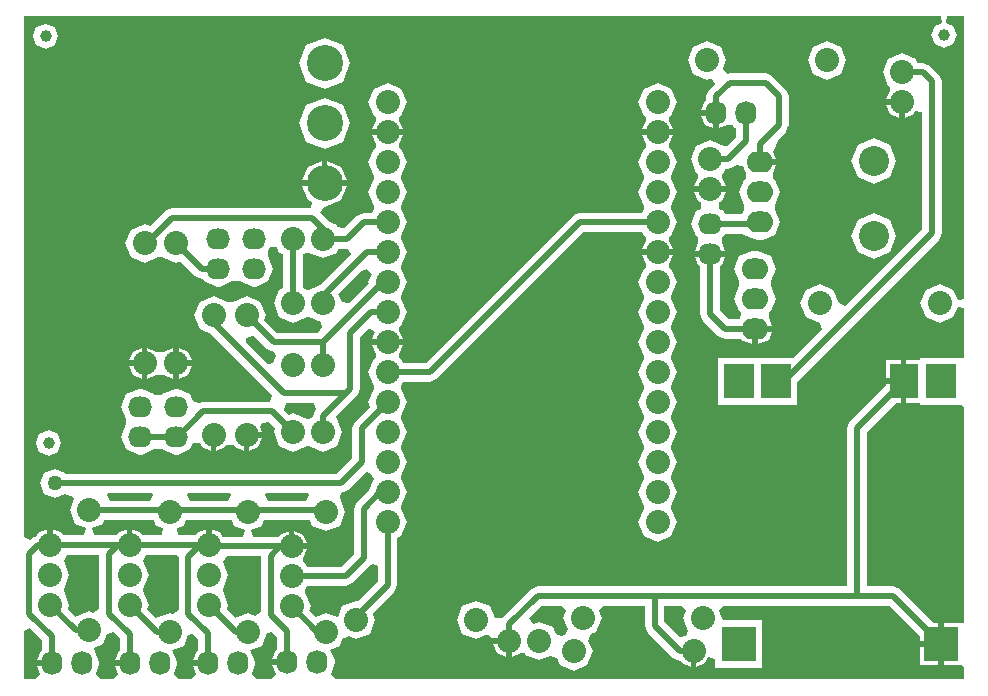
<source format=gtl>
%FSLAX43Y43*%
%MOMM*%
G71*
G01*
G75*
G04 Layer_Physical_Order=1*
G04 Layer_Color=255*
%ADD10C,0.500*%
%ADD11C,2.540*%
%ADD12R,2.500X3.000*%
%ADD13R,2.400X3.000*%
%ADD14R,3.000X3.000*%
%ADD15C,2.032*%
%ADD16O,2.032X1.778*%
%ADD17C,1.000*%
%ADD18C,3.048*%
%ADD19O,2.286X1.778*%
%ADD20O,1.778X2.032*%
%ADD21C,1.270*%
G36*
X183338Y40757D02*
Y39452D01*
X181652Y37766D01*
X181483Y37836D01*
X180323Y37355D01*
X179931Y36411D01*
X178943Y36820D01*
X178056Y36452D01*
X177519Y36989D01*
X177663Y37338D01*
X177182Y38498D01*
D01*
X177182Y38498D01*
Y38718D01*
X177182D01*
X177327Y39066D01*
X180594D01*
X181168Y39304D01*
X182692Y40828D01*
D01*
X182906Y40936D01*
X182906Y40936D01*
X183338Y40757D01*
D02*
G37*
G36*
X171179Y44179D02*
X172049Y43818D01*
X171932Y43230D01*
X170178D01*
X170044Y43552D01*
X169287Y43866D01*
Y42545D01*
X168787D01*
Y43866D01*
X168030Y43552D01*
X167949Y43357D01*
X166449D01*
X166332Y43945D01*
X166895Y44179D01*
X167092Y44654D01*
X170982D01*
X171179Y44179D01*
D02*
G37*
G36*
X166459Y41508D02*
Y37060D01*
X165960Y36727D01*
X165735Y36820D01*
X164578Y36341D01*
X163803Y37116D01*
X163947Y37465D01*
X163466Y38625D01*
D01*
X163466Y38625D01*
Y38845D01*
X163466D01*
X163947Y40005D01*
X163466Y41165D01*
Y41165D01*
Y41165D01*
X163702Y41733D01*
X166309D01*
X166459Y41508D01*
D02*
G37*
G36*
X159728Y37134D02*
X159229Y36801D01*
X158877Y36947D01*
X157720Y36468D01*
X157072Y37116D01*
X157216Y37465D01*
X156735Y38625D01*
D01*
X156735Y38625D01*
Y38845D01*
X156735D01*
X157216Y40005D01*
X156735Y41165D01*
Y41165D01*
Y41165D01*
X156971Y41733D01*
X159728D01*
Y37134D01*
D02*
G37*
G36*
X164575Y44179D02*
X165138Y43945D01*
X165021Y43357D01*
X163394D01*
X163313Y43552D01*
X162556Y43866D01*
Y42545D01*
X162056D01*
Y43866D01*
X161299Y43552D01*
X161218Y43357D01*
X159284D01*
X159167Y43945D01*
X160037Y44306D01*
X160182Y44654D01*
X164378D01*
X164575Y44179D01*
D02*
G37*
G36*
X177514Y46807D02*
X177232Y46278D01*
X174050D01*
X173768Y46807D01*
X173857Y46940D01*
X177425D01*
X177514Y46807D01*
D02*
G37*
G36*
X182686Y48628D02*
X182969Y48099D01*
X182610Y47233D01*
X181544Y46167D01*
X181306Y45593D01*
Y41738D01*
X180258Y40690D01*
X177327D01*
X177182Y41038D01*
X177029Y41102D01*
Y41411D01*
X177029Y41411D01*
X177029D01*
X177343Y42168D01*
X176022D01*
Y42418D01*
X175772D01*
Y43739D01*
X175015Y43425D01*
X174934Y43230D01*
X172746D01*
X172629Y43818D01*
X173499Y44179D01*
X173696Y44654D01*
X177586D01*
X177783Y44179D01*
X178943Y43698D01*
X180103Y44179D01*
X180584Y45339D01*
X180103Y46499D01*
Y46499D01*
Y46499D01*
X180191Y46940D01*
X180213D01*
X180787Y47178D01*
X180787Y47178D01*
X180787Y47178D01*
X182312Y48703D01*
X182686Y48628D01*
D02*
G37*
G36*
X164306Y46807D02*
X164024Y46278D01*
X160641D01*
X160358Y46807D01*
X160447Y46940D01*
X164217D01*
X164306Y46807D01*
D02*
G37*
G36*
X170910D02*
X170628Y46278D01*
X167446D01*
X167164Y46807D01*
X167253Y46940D01*
X170821D01*
X170910Y46807D01*
D02*
G37*
G36*
X168098Y34588D02*
Y33590D01*
X168000Y33549D01*
X167674Y32762D01*
X168910D01*
Y32262D01*
X167674D01*
X167924Y31658D01*
X167591Y31159D01*
X166381D01*
X166048Y31658D01*
X166349Y32385D01*
Y32639D01*
X165942Y33624D01*
X166895Y34019D01*
X167258Y34893D01*
X167634Y34968D01*
X168098Y34588D01*
D02*
G37*
G36*
X174829Y34778D02*
Y33717D01*
X174731Y33676D01*
X174405Y32889D01*
X175641D01*
Y32389D01*
X174405D01*
X174708Y31658D01*
X174375Y31159D01*
X172985D01*
X172652Y31658D01*
X172953Y32385D01*
Y32639D01*
X172546Y33624D01*
X173499Y34019D01*
X173936Y35073D01*
X174365Y35158D01*
X174829Y34778D01*
D02*
G37*
G36*
X161494Y34631D02*
Y33590D01*
X161396Y33549D01*
X161070Y32762D01*
X162306D01*
Y32262D01*
X161070D01*
X161320Y31658D01*
X160987Y31159D01*
X159777D01*
X159444Y31658D01*
X159745Y32385D01*
Y32639D01*
X159305Y33702D01*
Y33702D01*
D01*
Y33842D01*
X160037Y34146D01*
X160400Y35020D01*
X160988Y35137D01*
X161494Y34631D01*
D02*
G37*
G36*
X233001Y84836D02*
X233001Y84836D01*
X233001D01*
Y63384D01*
X232537Y63292D01*
Y63292D01*
X232413Y63267D01*
X232046Y64152D01*
X230886Y64633D01*
X229726Y64152D01*
X229245Y62992D01*
X229726Y61832D01*
X230886Y61351D01*
X232046Y61832D01*
X232413Y62717D01*
X232537Y62692D01*
Y62692D01*
X233001Y62600D01*
Y58388D01*
X233001D01*
X232763D01*
X232577Y58388D01*
X232577Y58388D01*
Y58388D01*
X229263D01*
Y58188D01*
X228088D01*
Y56388D01*
Y54588D01*
X229263D01*
Y54388D01*
X232577D01*
X232577Y54388D01*
X232577Y54388D01*
X232763Y54388D01*
X233001Y54150D01*
Y35963D01*
X233001D01*
X232813D01*
X232577Y35963D01*
X232577Y35963D01*
Y35963D01*
X231263D01*
Y34163D01*
Y32363D01*
X232577D01*
X232577Y32363D01*
X232577Y32363D01*
X232813Y32363D01*
X233001Y32175D01*
Y31159D01*
X179664D01*
X179331Y31658D01*
X179684Y32512D01*
Y32766D01*
X179303Y33687D01*
X180103Y34019D01*
X180332Y34572D01*
X180887Y34801D01*
X181483Y34554D01*
X182643Y35035D01*
X183124Y36195D01*
X182905Y36723D01*
X184724Y38542D01*
X184794Y38710D01*
X184962Y39116D01*
Y43145D01*
X185310Y43290D01*
X185791Y44450D01*
X185310Y45610D01*
D01*
X185310Y45610D01*
Y45830D01*
X185310D01*
X185791Y46990D01*
X185310Y48150D01*
D01*
X185310Y48150D01*
Y48370D01*
X185310D01*
X185791Y49530D01*
X185310Y50690D01*
D01*
X185310Y50690D01*
Y50910D01*
X185310D01*
X185791Y52070D01*
X185310Y53230D01*
D01*
X185310Y53230D01*
Y53450D01*
X185310D01*
X185791Y54610D01*
X185310Y55770D01*
D01*
X185310Y55770D01*
Y55990D01*
X185310D01*
X185455Y56338D01*
X187706D01*
X188280Y56576D01*
X200742Y69038D01*
X205705D01*
X205850Y68690D01*
X206003Y68626D01*
Y68317D01*
X206003Y68317D01*
X206003D01*
X205689Y67560D01*
X208331D01*
X208017Y68317D01*
Y68317D01*
D01*
Y68626D01*
X208170Y68690D01*
X208651Y69850D01*
X208170Y71010D01*
D01*
X208170Y71010D01*
Y71230D01*
X208170D01*
X208651Y72390D01*
X208170Y73550D01*
D01*
X208170Y73550D01*
Y73770D01*
X208170D01*
X208651Y74930D01*
X208170Y76090D01*
X208017Y76154D01*
Y76463D01*
X208017Y76463D01*
X208017D01*
X208331Y77220D01*
X205689D01*
X206003Y76463D01*
Y76463D01*
D01*
Y76154D01*
X205850Y76090D01*
X205369Y74930D01*
X205850Y73770D01*
D01*
Y73770D01*
Y73770D01*
D01*
X205850Y73550D01*
X205850D01*
X205369Y72390D01*
X205850Y71230D01*
D01*
Y71230D01*
Y71230D01*
D01*
X205850Y71010D01*
X205850D01*
X205705Y70662D01*
X200406D01*
X200119Y70543D01*
X199832Y70424D01*
X187370Y57962D01*
X185455D01*
X185310Y58310D01*
X185157Y58374D01*
Y58683D01*
X185157Y58683D01*
X185157D01*
X185471Y59440D01*
X182829D01*
X183143Y58683D01*
Y58683D01*
D01*
Y58374D01*
X182990Y58310D01*
X182509Y57150D01*
X182990Y55990D01*
D01*
Y55990D01*
Y55990D01*
D01*
X182990Y55770D01*
X182990D01*
X182509Y54610D01*
X182666Y54231D01*
X181417Y52983D01*
X181179Y52409D01*
Y49866D01*
X179877Y48564D01*
X156848D01*
X156825Y48621D01*
X155956Y48981D01*
X155087Y48621D01*
X154727Y47752D01*
X155087Y46883D01*
X155956Y46523D01*
X156825Y46883D01*
D01*
X157544Y46585D01*
X157640Y46441D01*
X157236Y45466D01*
X157717Y44306D01*
X158587Y43945D01*
X158470Y43357D01*
X156663D01*
X156582Y43552D01*
X155825Y43866D01*
Y42545D01*
X155325D01*
Y43866D01*
X154568Y43552D01*
X154467Y43309D01*
X154009Y43119D01*
X153887Y42997D01*
X153333Y43227D01*
Y87332D01*
X230997D01*
X231114Y86744D01*
D01*
X231114D01*
D01*
X230502Y86490D01*
X230185Y85725D01*
X230502Y84960D01*
X231267Y84643D01*
X232032Y84960D01*
X232349Y85725D01*
X232032Y86490D01*
X231420Y86744D01*
X231537Y87332D01*
X233001D01*
Y84836D01*
D02*
G37*
G36*
X154890Y34504D02*
Y33590D01*
X154792Y33549D01*
X154466Y32762D01*
X155702D01*
Y32262D01*
X154466D01*
X154716Y31658D01*
X154383Y31159D01*
X153333D01*
Y35278D01*
X153887Y35507D01*
X154890Y34504D01*
D02*
G37*
G36*
X173444Y36902D02*
X172945Y36569D01*
X172339Y36820D01*
D01*
X172339Y36820D01*
Y36820D01*
X171272Y36378D01*
X170534Y37116D01*
X170678Y37465D01*
X170197Y38625D01*
D01*
X170197Y38625D01*
Y38845D01*
X170197D01*
X170678Y40005D01*
X170221Y41107D01*
X170555Y41606D01*
X173444D01*
Y36902D01*
D02*
G37*
%LPC*%
G36*
X163326Y57662D02*
X162255D01*
X162569Y56905D01*
X163326Y56591D01*
Y57662D01*
D02*
G37*
G36*
X173533Y51566D02*
X172462D01*
Y50495D01*
X173219Y50809D01*
X173533Y51566D01*
D02*
G37*
G36*
X227588Y58188D02*
X226338D01*
Y56638D01*
X227588D01*
Y58188D01*
D02*
G37*
G36*
X167564Y57662D02*
X166493D01*
Y56591D01*
X167250Y56905D01*
X167564Y57662D01*
D02*
G37*
G36*
X155448Y52263D02*
X154683Y51946D01*
X154366Y51181D01*
X154683Y50416D01*
X155448Y50099D01*
X156213Y50416D01*
X156530Y51181D01*
X156213Y51946D01*
X155448Y52263D01*
D02*
G37*
G36*
X194187Y34167D02*
X193116D01*
X193430Y33410D01*
X194187Y33096D01*
Y34167D01*
D02*
G37*
G36*
X176272Y43739D02*
Y42668D01*
X177343D01*
X177029Y43425D01*
X176272Y43739D01*
D02*
G37*
G36*
X230763Y33913D02*
X229213D01*
Y32363D01*
X230763D01*
Y33913D01*
D02*
G37*
G36*
X227588Y56138D02*
X226338D01*
Y56036D01*
X223327Y53025D01*
X223089Y52451D01*
Y39039D01*
X196850D01*
X196563Y38920D01*
X196276Y38801D01*
X193863Y36388D01*
X193833Y36317D01*
X193233Y36317D01*
X192803Y37355D01*
X191643Y37836D01*
X190483Y37355D01*
X190002Y36195D01*
X190483Y35035D01*
X191643Y34554D01*
X192641Y34967D01*
X192941Y34667D01*
X194437D01*
Y34417D01*
X194687D01*
Y33096D01*
X195444Y33410D01*
X195444D01*
D01*
X195753D01*
X195817Y33257D01*
X196977Y32776D01*
X197943Y33176D01*
X198498Y32947D01*
X198738Y32368D01*
X199898Y31887D01*
X201058Y32368D01*
X201539Y33528D01*
X201165Y34431D01*
X201394Y34985D01*
X201820Y35162D01*
X202301Y36322D01*
X202055Y36916D01*
X202388Y37415D01*
X205944D01*
Y35687D01*
X206182Y35113D01*
X208341Y32954D01*
X208915Y32716D01*
X208970D01*
X209051Y32521D01*
X209808Y32207D01*
Y33528D01*
X210308D01*
Y32207D01*
X211065Y32521D01*
X211280Y33038D01*
X211868Y32921D01*
Y32163D01*
X215868D01*
Y36163D01*
X212567D01*
X212461Y36322D01*
X212461Y36322D01*
X212461D01*
X212215Y36916D01*
X212548Y37415D01*
X226613D01*
X229213Y34815D01*
Y34413D01*
X230763D01*
Y35963D01*
X230361D01*
X227523Y38801D01*
X226949Y39039D01*
X224713D01*
Y52115D01*
X227186Y54588D01*
X227588D01*
Y56138D01*
D02*
G37*
G36*
X178816Y80423D02*
X177267Y79781D01*
X176625Y78232D01*
X177267Y76683D01*
X178816Y76041D01*
X180365Y76683D01*
X181007Y78232D01*
X180365Y79781D01*
X178816Y80423D01*
D02*
G37*
G36*
X211201Y85207D02*
X210041Y84726D01*
X209560Y83566D01*
X210041Y82406D01*
X211201Y81925D01*
X211523Y82059D01*
X211857Y81560D01*
X211389Y81092D01*
X211151Y80518D01*
Y80199D01*
X211053Y80158D01*
X210727Y79371D01*
X211963D01*
Y79121D01*
X212213D01*
Y77811D01*
X212873Y78084D01*
X212873D01*
D01*
X213376D01*
X213440Y77931D01*
X213691Y77827D01*
Y77044D01*
X212929Y76282D01*
X212615Y76344D01*
X212615Y76344D01*
X212615Y76344D01*
X211455Y76825D01*
X210295Y76344D01*
X209814Y75184D01*
X210295Y74024D01*
X210448Y73960D01*
Y73651D01*
X210448Y73651D01*
X210448D01*
X210134Y72894D01*
X212776D01*
X212462Y73651D01*
Y73651D01*
D01*
Y73960D01*
X212615Y74024D01*
X212760Y74372D01*
X212979D01*
X213553Y74610D01*
X213553Y74610D01*
X213553Y74610D01*
X213655Y74712D01*
X214244Y74595D01*
X214482Y74020D01*
Y74020D01*
D01*
Y73517D01*
X214329Y73453D01*
X213889Y72390D01*
X214329Y71327D01*
D01*
Y71327D01*
Y71327D01*
D01*
X214329Y70913D01*
X214329D01*
X214172Y70535D01*
X212749D01*
X212645Y70786D01*
X212251Y70949D01*
X212251Y71549D01*
X212462Y71637D01*
X212776Y72394D01*
X210134D01*
X210448Y71637D01*
X210659Y71549D01*
X210659Y70949D01*
X210265Y70786D01*
X209825Y69723D01*
X210265Y68660D01*
X210418Y68596D01*
Y68093D01*
X210418Y68093D01*
X210418D01*
X210145Y67433D01*
X212765D01*
X212492Y68093D01*
Y68093D01*
D01*
Y68596D01*
X212645Y68660D01*
X212749Y68911D01*
X214277D01*
X214329Y68787D01*
X215392Y68347D01*
X215900D01*
X216963Y68787D01*
X217403Y69850D01*
X216963Y70913D01*
D01*
X216963Y70913D01*
Y71327D01*
X216963D01*
X217403Y72390D01*
X216963Y73453D01*
X216810Y73517D01*
Y74020D01*
X216810Y74020D01*
X216810D01*
X217083Y74680D01*
X215646D01*
Y75180D01*
X217083D01*
X216810Y75840D01*
Y75840D01*
Y75840D01*
X217255Y76915D01*
X217871Y77531D01*
X217990Y77818D01*
X218109Y78105D01*
Y80518D01*
X217941Y80924D01*
X217871Y81092D01*
X216728Y82235D01*
X216154Y82473D01*
X213106D01*
X212965Y82414D01*
X212541Y82839D01*
X212842Y83566D01*
X212361Y84726D01*
X211201Y85207D01*
D02*
G37*
G36*
X184150Y81651D02*
X182990Y81170D01*
X182509Y80010D01*
X182990Y78850D01*
X183143Y78786D01*
Y78477D01*
X183143Y78477D01*
X183143D01*
X182829Y77720D01*
X185471D01*
X185157Y78477D01*
Y78477D01*
D01*
Y78786D01*
X185310Y78850D01*
X185791Y80010D01*
X185310Y81170D01*
X184150Y81651D01*
D02*
G37*
G36*
X178566Y75023D02*
X177420Y74548D01*
X176945Y73402D01*
X178566D01*
Y75023D01*
D02*
G37*
G36*
X179066D02*
Y73402D01*
X180687D01*
X180212Y74548D01*
X179066Y75023D01*
D02*
G37*
G36*
X185471Y77220D02*
X182829D01*
X183143Y76463D01*
Y76463D01*
D01*
Y76154D01*
X182990Y76090D01*
X182509Y74930D01*
X182990Y73770D01*
D01*
Y73770D01*
Y73770D01*
D01*
X182990Y73550D01*
X182990D01*
X182509Y72390D01*
X182990Y71230D01*
D01*
Y71230D01*
Y71230D01*
D01*
X182990Y71010D01*
X182990D01*
X182845Y70662D01*
X182118D01*
X181712Y70494D01*
X181544Y70424D01*
X180490Y69370D01*
X179902Y69487D01*
X179849Y69613D01*
X179281Y69849D01*
X179263Y69892D01*
X178472Y70683D01*
X178805Y71182D01*
X178816Y71178D01*
X180212Y71756D01*
X180687Y72902D01*
X176945D01*
X177420Y71756D01*
X177750Y71619D01*
X177633Y71031D01*
X165893D01*
X165487Y70863D01*
X165318Y70793D01*
X164044Y69519D01*
X163576Y69713D01*
X162416Y69232D01*
X161935Y68072D01*
X162416Y66912D01*
X163576Y66431D01*
X164736Y66912D01*
X164736Y66912D01*
X165083D01*
Y66912D01*
X166243Y66431D01*
X166592Y66575D01*
X167828Y65339D01*
X168402Y65101D01*
X168505D01*
X168609Y64850D01*
X169672Y64410D01*
X169926D01*
X170989Y64850D01*
X171023Y64932D01*
X171623D01*
X171657Y64850D01*
X172720Y64410D01*
X172974D01*
X174037Y64850D01*
X174477Y65913D01*
X174037Y66976D01*
D01*
X174037Y66976D01*
Y67390D01*
X174037D01*
X174193Y67766D01*
X174793D01*
X174989Y67293D01*
X175337Y67148D01*
Y64297D01*
X174989Y64152D01*
X174508Y62992D01*
X174989Y61832D01*
X176149Y61351D01*
X177309Y61832D01*
X177309Y61832D01*
X177529D01*
Y61832D01*
X178553Y61407D01*
X178641Y60966D01*
X178260Y60502D01*
X174834D01*
X173709Y61627D01*
X173853Y61976D01*
X173372Y63136D01*
X172212Y63617D01*
X171052Y63136D01*
D01*
Y63136D01*
X170578D01*
Y63136D01*
X169418Y63617D01*
X168258Y63136D01*
X167777Y61976D01*
X168258Y60816D01*
X169175Y60436D01*
X174397Y55214D01*
X174167Y54660D01*
X168529D01*
X168209Y54527D01*
X167655Y54757D01*
X167433Y55292D01*
X166370Y55732D01*
X166116D01*
X165053Y55292D01*
X165019Y55210D01*
X164419D01*
X164385Y55292D01*
X163322Y55732D01*
X163068D01*
X162005Y55292D01*
X161565Y54229D01*
X162005Y53166D01*
D01*
Y53166D01*
Y53166D01*
D01*
X162005Y52752D01*
X162005D01*
X161565Y51689D01*
X162005Y50626D01*
X163068Y50186D01*
X163322D01*
X164385Y50626D01*
X164419Y50708D01*
X165019D01*
X165053Y50626D01*
X166116Y50186D01*
X166370D01*
X167433Y50626D01*
X167660Y51173D01*
X168260D01*
X168411Y50809D01*
X169168Y50495D01*
Y51816D01*
X169668D01*
Y50495D01*
X170425Y50809D01*
X170515Y51026D01*
X171115D01*
X171205Y50809D01*
X171962Y50495D01*
Y51816D01*
X172212D01*
Y52066D01*
X173533D01*
X173338Y52537D01*
X173554Y52861D01*
X174151Y52920D01*
X174652Y52419D01*
X174508Y52070D01*
X174989Y50910D01*
X176149Y50429D01*
X177309Y50910D01*
X177309Y50910D01*
X177529D01*
Y50910D01*
X178689Y50429D01*
X179849Y50910D01*
X180330Y52070D01*
X179849Y53230D01*
X179849Y53230D01*
X179849D01*
X179808Y53438D01*
X181549Y55179D01*
X181619Y55347D01*
X181787Y55753D01*
Y60116D01*
X182603Y60932D01*
X183102Y60599D01*
X182829Y59940D01*
X185471D01*
X185157Y60697D01*
Y60697D01*
D01*
Y61006D01*
X185310Y61070D01*
X185791Y62230D01*
X185310Y63390D01*
D01*
X185310Y63390D01*
Y63610D01*
X185310D01*
X185791Y64770D01*
X185310Y65930D01*
D01*
X185310Y65930D01*
Y66150D01*
X185310D01*
X185791Y67310D01*
X185310Y68470D01*
D01*
X185310Y68470D01*
Y68690D01*
X185310D01*
X185791Y69850D01*
X185310Y71010D01*
D01*
X185310Y71010D01*
Y71230D01*
X185310D01*
X185791Y72390D01*
X185310Y73550D01*
D01*
X185310Y73550D01*
Y73770D01*
X185310D01*
X185791Y74930D01*
X185310Y76090D01*
X185157Y76154D01*
Y76463D01*
X185157Y76463D01*
X185157D01*
X185471Y77220D01*
D02*
G37*
G36*
X178816Y85503D02*
X177267Y84861D01*
X176625Y83312D01*
X177267Y81763D01*
X178816Y81121D01*
X180365Y81763D01*
X181007Y83312D01*
X180365Y84861D01*
X178816Y85503D01*
D02*
G37*
G36*
X221361Y85207D02*
X220201Y84726D01*
X219720Y83566D01*
X220201Y82406D01*
X221361Y81925D01*
X222521Y82406D01*
X223002Y83566D01*
X222521Y84726D01*
X221361Y85207D01*
D02*
G37*
G36*
X155194Y86680D02*
X154429Y86363D01*
X154112Y85598D01*
X154429Y84833D01*
X155194Y84516D01*
X155959Y84833D01*
X156276Y85598D01*
X155959Y86363D01*
X155194Y86680D01*
D02*
G37*
G36*
X207010Y81651D02*
X205850Y81170D01*
X205369Y80010D01*
X205850Y78850D01*
X206003Y78786D01*
Y78477D01*
X206003Y78477D01*
X206003D01*
X205689Y77720D01*
X208331D01*
X208017Y78477D01*
Y78477D01*
D01*
Y78786D01*
X208170Y78850D01*
X208651Y80010D01*
X208170Y81170D01*
X207010Y81651D01*
D02*
G37*
G36*
X211713Y78871D02*
X210727D01*
X211053Y78084D01*
X211713Y77811D01*
Y78871D01*
D02*
G37*
G36*
X227461Y79760D02*
X226390D01*
X226704Y79003D01*
X227461Y78689D01*
Y79760D01*
D02*
G37*
G36*
X225298Y76973D02*
X223943Y76412D01*
X223382Y75057D01*
X223943Y73702D01*
X225298Y73141D01*
X226653Y73702D01*
X227214Y75057D01*
X226653Y76412D01*
X225298Y76973D01*
D02*
G37*
G36*
X166493Y59233D02*
Y58162D01*
X167564D01*
X167250Y58919D01*
X166493Y59233D01*
D02*
G37*
G36*
X227711Y84191D02*
X226551Y83710D01*
X226070Y82550D01*
X226551Y81390D01*
X226704Y81326D01*
Y81017D01*
X226704Y81017D01*
X226704D01*
X226390Y80260D01*
X227711D01*
Y80010D01*
X227961D01*
Y78689D01*
X228718Y79003D01*
X228851Y79323D01*
X229439Y79206D01*
Y69297D01*
X222909Y62767D01*
X222367Y62992D01*
Y62992D01*
X222367Y62992D01*
X221886Y64152D01*
X220726Y64633D01*
X219566Y64152D01*
X219085Y62992D01*
X219566Y61832D01*
X220726Y61351D01*
X220726Y61351D01*
Y61351D01*
X220951Y60809D01*
X218530Y58388D01*
X212118D01*
Y54388D01*
X218793D01*
Y56355D01*
X230825Y68387D01*
X230895Y68555D01*
X231063Y68961D01*
Y81788D01*
X230825Y82362D01*
X230063Y83124D01*
X229489Y83362D01*
X229016D01*
X228871Y83710D01*
X227711Y84191D01*
D02*
G37*
G36*
X216702Y60583D02*
X215515D01*
Y59546D01*
X215519D01*
X216429Y59923D01*
X216702Y60583D01*
D02*
G37*
G36*
X165993Y59233D02*
X165236Y58919D01*
X165210Y58856D01*
X164609D01*
X164583Y58919D01*
X163826Y59233D01*
Y57912D01*
Y56591D01*
X164583Y56905D01*
X164609Y56968D01*
X165210D01*
X165236Y56905D01*
X165993Y56591D01*
Y57912D01*
Y59233D01*
D02*
G37*
G36*
X208331Y67060D02*
X205689D01*
X206003Y66303D01*
Y66303D01*
D01*
Y65994D01*
X205850Y65930D01*
X205369Y64770D01*
X205850Y63610D01*
D01*
Y63610D01*
Y63610D01*
D01*
X205850Y63390D01*
X205850D01*
X205369Y62230D01*
X205850Y61070D01*
D01*
Y61070D01*
Y61070D01*
D01*
X205850Y60850D01*
X205850D01*
X205369Y59690D01*
X205850Y58530D01*
D01*
Y58530D01*
Y58530D01*
D01*
X205850Y58310D01*
X205850D01*
X205369Y57150D01*
X205850Y55990D01*
D01*
Y55990D01*
Y55990D01*
D01*
X205850Y55770D01*
X205850D01*
X205369Y54610D01*
X205850Y53450D01*
D01*
Y53450D01*
Y53450D01*
D01*
X205850Y53230D01*
X205850D01*
X205369Y52070D01*
X205850Y50910D01*
D01*
Y50910D01*
Y50910D01*
D01*
X205850Y50690D01*
X205850D01*
X205369Y49530D01*
X205850Y48370D01*
D01*
Y48370D01*
Y48370D01*
D01*
X205850Y48150D01*
X205850D01*
X205369Y46990D01*
X205850Y45830D01*
D01*
Y45830D01*
Y45830D01*
D01*
X205850Y45610D01*
X205850D01*
X205369Y44450D01*
X205850Y43290D01*
X207010Y42809D01*
X208170Y43290D01*
X208651Y44450D01*
X208170Y45610D01*
D01*
X208170Y45610D01*
Y45830D01*
X208170D01*
X208651Y46990D01*
X208170Y48150D01*
D01*
X208170Y48150D01*
Y48370D01*
X208170D01*
X208651Y49530D01*
X208170Y50690D01*
D01*
X208170Y50690D01*
Y50910D01*
X208170D01*
X208651Y52070D01*
X208170Y53230D01*
D01*
X208170Y53230D01*
Y53450D01*
X208170D01*
X208651Y54610D01*
X208170Y55770D01*
D01*
X208170Y55770D01*
Y55990D01*
X208170D01*
X208651Y57150D01*
X208170Y58310D01*
D01*
X208170Y58310D01*
Y58530D01*
X208170D01*
X208651Y59690D01*
X208170Y60850D01*
D01*
X208170Y60850D01*
Y61070D01*
X208170D01*
X208651Y62230D01*
X208170Y63390D01*
D01*
X208170Y63390D01*
Y63610D01*
X208170D01*
X208651Y64770D01*
X208170Y65930D01*
X208017Y65994D01*
Y66303D01*
X208017Y66303D01*
X208017D01*
X208331Y67060D01*
D02*
G37*
G36*
X225298Y70623D02*
X223943Y70062D01*
X223382Y68707D01*
X223943Y67352D01*
X225298Y66791D01*
X226653Y67352D01*
X227214Y68707D01*
X226653Y70062D01*
X225298Y70623D01*
D02*
G37*
G36*
X163326Y59233D02*
X162569Y58919D01*
X162255Y58162D01*
X163326D01*
Y59233D01*
D02*
G37*
G36*
X215519Y67416D02*
X215011D01*
X213948Y66976D01*
X213508Y65913D01*
X213948Y64850D01*
D01*
Y64850D01*
Y64850D01*
D01*
X213948Y64436D01*
X213948D01*
X213508Y63373D01*
X213948Y62310D01*
X214101Y62246D01*
Y62073D01*
X214016Y61645D01*
X213061D01*
X212267Y62439D01*
Y66180D01*
X212492Y66273D01*
X212765Y66933D01*
X210145D01*
X210418Y66273D01*
X210643Y66180D01*
Y62103D01*
X210881Y61529D01*
X212151Y60259D01*
X212725Y60021D01*
X214060D01*
X214101Y59923D01*
X215011Y59546D01*
X215015D01*
Y60833D01*
X215265D01*
Y61083D01*
X216702D01*
X216429Y61743D01*
Y61743D01*
D01*
Y62246D01*
X216582Y62310D01*
X217022Y63373D01*
X216582Y64436D01*
D01*
X216582Y64436D01*
Y64850D01*
X216582D01*
X217022Y65913D01*
X216582Y66976D01*
X215519Y67416D01*
D02*
G37*
%LPD*%
G36*
X173924Y59116D02*
X174092Y59046D01*
X174498Y58878D01*
X174722Y58543D01*
X174492Y57989D01*
X174013Y57894D01*
X172141Y59766D01*
X172205Y60087D01*
X172779Y60261D01*
X173924Y59116D01*
D02*
G37*
G36*
X178115Y54041D02*
X177877Y53467D01*
Y53375D01*
X177529Y53230D01*
D01*
Y53230D01*
X177309D01*
Y53230D01*
X176149Y53711D01*
X175800Y53567D01*
X175361Y54006D01*
X175591Y54560D01*
X177900D01*
X178115Y54041D01*
D02*
G37*
G36*
X182799Y65471D02*
X182509Y64770D01*
X182542Y64691D01*
X180862Y63011D01*
X180274Y63128D01*
X180000Y63790D01*
X181914Y65704D01*
X181914D01*
X181914Y65704D01*
X182375Y65895D01*
X182799Y65471D01*
D02*
G37*
G36*
X181058Y67144D02*
X178446Y64532D01*
X177529Y64152D01*
D01*
Y64152D01*
X177309D01*
Y64152D01*
X176961Y64297D01*
Y67148D01*
X177309Y67293D01*
X177309Y67293D01*
X177529D01*
Y67293D01*
X178689Y66812D01*
X179849Y67293D01*
X179994Y67641D01*
X180721D01*
X180724Y67643D01*
X181058Y67144D01*
D02*
G37*
G36*
X209425Y36916D02*
X209179Y36322D01*
X209630Y35234D01*
X209464Y34833D01*
X208875Y34716D01*
X207568Y36023D01*
Y37415D01*
X209092D01*
X209425Y36916D01*
D02*
G37*
G36*
X199265D02*
X199019Y36322D01*
X199393Y35419D01*
X199201Y34956D01*
X198841Y34806D01*
X198377Y34998D01*
X198137Y35577D01*
X196977Y36058D01*
X196438Y35835D01*
X196105Y36333D01*
X197186Y37415D01*
X198932D01*
X199265Y36916D01*
D02*
G37*
D10*
X182753Y62230D02*
X184150D01*
X180975Y60452D02*
X182753Y62230D01*
X180975Y55753D02*
Y60452D01*
X217297Y78105D02*
Y80518D01*
X215646Y76454D02*
X217297Y78105D01*
X215646Y74930D02*
Y76454D01*
X216154Y81661D02*
X217297Y80518D01*
X213106Y81661D02*
X216154D01*
X211963Y80518D02*
X213106Y81661D01*
X211963Y79121D02*
Y80518D01*
X214503Y76708D02*
Y79121D01*
X212979Y75184D02*
X214503Y76708D01*
X211455Y75184D02*
X212979D01*
X215519Y69723D02*
X215646Y69850D01*
X211455Y69723D02*
X215519D01*
X208915Y33528D02*
X210058D01*
X196850Y38227D02*
X226949D01*
X194437Y35814D02*
X196850Y38227D01*
X194437Y34036D02*
Y35814D01*
X206756Y35687D02*
Y38227D01*
Y35687D02*
X208915Y33528D01*
X227711Y82550D02*
X229489D01*
X230251Y81788D01*
Y68961D02*
Y81788D01*
X217678Y56388D02*
X230251Y68961D01*
X212725Y60833D02*
X215265D01*
X211455Y62103D02*
X212725Y60833D01*
X211455Y62103D02*
Y67183D01*
X168529Y53848D02*
X174371D01*
X166370Y51689D02*
X168529Y53848D01*
X174371D02*
X176149Y52070D01*
X163322Y51689D02*
X166370D01*
X178689Y53467D02*
X180975Y55753D01*
X175387Y55372D02*
X180594D01*
X169418Y61341D02*
X175387Y55372D01*
X169418Y61341D02*
Y61976D01*
X174498Y59690D02*
X178689D01*
X172212Y61976D02*
X174498Y59690D01*
X158877Y45466D02*
X178816D01*
X184150Y39116D02*
Y44450D01*
X181483Y36449D02*
X184150Y39116D01*
X176149Y62992D02*
Y68453D01*
X166243Y68072D02*
X168402Y65913D01*
X169799D01*
X178689Y68453D02*
Y69318D01*
X177788Y70219D02*
X178689Y69318D01*
X165893Y70219D02*
X177788D01*
X163745Y68072D02*
X165893Y70219D01*
X163576Y68072D02*
X163745D01*
X178689Y52070D02*
Y53467D01*
X183769Y64770D02*
X184150D01*
X178689Y59690D02*
X183769Y64770D01*
X178689Y57785D02*
Y59690D01*
Y62992D02*
Y63627D01*
X182372Y67310D01*
X184150D01*
X182118Y69850D02*
X184150D01*
X180721Y68453D02*
X182118Y69850D01*
X178689Y68453D02*
X180721D01*
X184150Y57150D02*
X187706D01*
X200406Y69850D01*
X207010D01*
X181991Y49530D02*
Y52409D01*
X180213Y47752D02*
X181991Y49530D01*
X155956Y47752D02*
X180213D01*
X181991Y52409D02*
X183769Y54187D01*
Y54610D01*
X182118Y41402D02*
Y45593D01*
X180594Y39878D02*
X182118Y41402D01*
X176022Y39878D02*
X180594D01*
X182118Y45593D02*
X183515Y46990D01*
X184150D01*
X169037Y42418D02*
X175030D01*
X176022D01*
X174256Y41644D02*
X175030Y42418D01*
X174256Y36606D02*
Y41644D01*
Y36606D02*
X175641Y35222D01*
Y32639D02*
Y35222D01*
X168910Y42545D02*
X169037Y42418D01*
X162306Y42545D02*
X168308D01*
X168910D02*
X169037D01*
X168308D02*
X168910D01*
X167271Y41508D02*
X168308Y42545D01*
X167271Y36734D02*
Y41508D01*
Y36734D02*
X168910Y35095D01*
Y32512D02*
Y35095D01*
X155702Y42545D02*
X161314D01*
X162306D01*
X160540Y41771D02*
X161314Y42545D01*
X160540Y36734D02*
Y41771D01*
Y36734D02*
X162306Y34967D01*
Y32512D02*
Y34967D01*
X153809Y41771D02*
X154583Y42545D01*
X153809Y36734D02*
Y41771D01*
Y36734D02*
X155702Y34840D01*
Y32512D02*
Y34840D01*
X176022Y37338D02*
X178181Y35179D01*
X178943D01*
X169037Y37465D02*
X171323Y35179D01*
X172339D01*
X162306Y37465D02*
X164592Y35179D01*
X165735D01*
X155575Y37465D02*
X157734Y35306D01*
X158877D01*
X155575Y42418D02*
X155702Y42545D01*
X226949Y38227D02*
X231013Y34163D01*
X223901Y38227D02*
Y52451D01*
X227838Y56388D01*
D11*
X225298Y68707D02*
D03*
Y75057D02*
D03*
D12*
X217043Y56388D02*
D03*
X213868D02*
D03*
X231013D02*
D03*
D13*
X227838D02*
D03*
D14*
X213868Y34163D02*
D03*
X231013D02*
D03*
D15*
X184150Y80010D02*
D03*
Y62230D02*
D03*
Y64770D02*
D03*
Y67310D02*
D03*
Y69850D02*
D03*
Y72390D02*
D03*
Y74930D02*
D03*
Y77470D02*
D03*
Y59690D02*
D03*
Y44450D02*
D03*
Y46990D02*
D03*
Y49530D02*
D03*
Y52070D02*
D03*
Y54610D02*
D03*
Y57150D02*
D03*
X207010D02*
D03*
Y54610D02*
D03*
Y52070D02*
D03*
Y49530D02*
D03*
Y46990D02*
D03*
Y44450D02*
D03*
Y59690D02*
D03*
Y77470D02*
D03*
Y74930D02*
D03*
Y72390D02*
D03*
Y69850D02*
D03*
Y67310D02*
D03*
Y64770D02*
D03*
Y62230D02*
D03*
Y80010D02*
D03*
X227711D02*
D03*
Y82550D02*
D03*
X176149Y52070D02*
D03*
X178689D02*
D03*
X176149Y57785D02*
D03*
X178689D02*
D03*
X176149Y62992D02*
D03*
X178689D02*
D03*
X176149Y68453D02*
D03*
X178689D02*
D03*
X169037Y37465D02*
D03*
Y40005D02*
D03*
Y42545D02*
D03*
X162306Y37465D02*
D03*
Y40005D02*
D03*
Y42545D02*
D03*
X155575Y37465D02*
D03*
Y40005D02*
D03*
Y42545D02*
D03*
X211201Y83566D02*
D03*
X221361D02*
D03*
X200660Y36322D02*
D03*
X210820D02*
D03*
X169418Y51816D02*
D03*
Y61976D02*
D03*
X172212Y51816D02*
D03*
Y61976D02*
D03*
X166243Y57912D02*
D03*
Y68072D02*
D03*
X163576Y57912D02*
D03*
Y68072D02*
D03*
X210058Y33528D02*
D03*
X199898D02*
D03*
X191643Y36195D02*
D03*
X181483D02*
D03*
X178943Y35179D02*
D03*
Y45339D02*
D03*
X172339Y35179D02*
D03*
Y45339D02*
D03*
X165735Y35179D02*
D03*
Y45339D02*
D03*
X158877Y35306D02*
D03*
Y45466D02*
D03*
X176022Y37338D02*
D03*
Y39878D02*
D03*
Y42418D02*
D03*
X230886Y62992D02*
D03*
X220726D02*
D03*
X196977Y34417D02*
D03*
X194437D02*
D03*
X211455Y75184D02*
D03*
Y72644D02*
D03*
D16*
X172847Y68453D02*
D03*
Y65913D02*
D03*
X169799Y68453D02*
D03*
Y65913D02*
D03*
X166243Y51689D02*
D03*
Y54229D02*
D03*
X163195Y51689D02*
D03*
Y54229D02*
D03*
X211455Y69723D02*
D03*
Y67183D02*
D03*
D17*
X231267Y85725D02*
D03*
X155448Y51181D02*
D03*
X155194Y85598D02*
D03*
D18*
X178816Y83312D02*
D03*
Y78232D02*
D03*
Y73152D02*
D03*
D19*
X215265Y63373D02*
D03*
Y60833D02*
D03*
Y65913D02*
D03*
X215646Y72390D02*
D03*
Y69850D02*
D03*
Y74930D02*
D03*
D20*
X214503Y79121D02*
D03*
X211963D02*
D03*
X178181Y32639D02*
D03*
X175641D02*
D03*
X171450Y32512D02*
D03*
X168910D02*
D03*
X164846D02*
D03*
X162306D02*
D03*
X158242D02*
D03*
X155702D02*
D03*
D21*
X155956Y47752D02*
D03*
M02*

</source>
